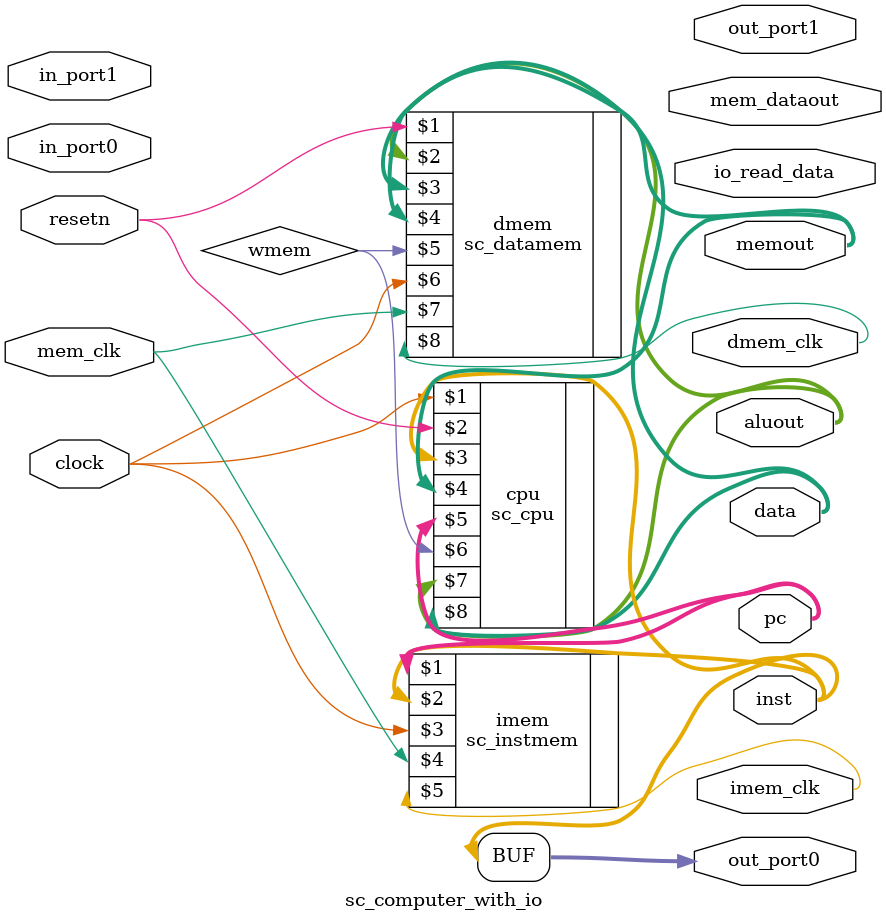
<source format=v>

/*
module sc_computer (resetn,clock,mem_clk,pc,inst,aluout,memout,imem_clk,dmem_clk, );
   
   input resetn,clock,mem_clk;
   output [31:0] pc,inst,aluout,memout;
   output        imem_clk,dmem_clk;
   wire   [31:0] data;
   wire          wmem; // all these "wire"s are used to connect or interface the cpu,dmem,imem and so on.
 */

 //"sc_instmem.hex",
 module sc_computer_with_io (resetn,clock,mem_clk,pc,inst,aluout,memout,imem_clk,dmem_clk,out_port0,out_port1,in_port0,in_port1,mem_dataout,data,io_read_data);

	input resetn,clock,mem_clk;
   
   input [31:0] in_port0,in_port1;
   
   output [31:0] pc,inst,aluout,memout;
   output        imem_clk,dmem_clk;
   output [31:0] out_port0,out_port1;
   output [31:0] mem_dataout;            // to check data_mem output
   output [31:0] data;
   output [31:0] io_read_data;
   
   wire   [31:0] data;
   wire          wmem;   // connect the cpu and dmem. 
	

   sc_cpu cpu (clock,resetn,inst,memout,pc,wmem,aluout,data);          // CPU module.
   sc_instmem  imem (pc,inst,clock,mem_clk,imem_clk);                  // instruction memory.
   sc_datamem  dmem (resetn, aluout,data,memout,wmem,clock,mem_clk,dmem_clk); // data memory.
	
	assign out_port0=inst;
	
endmodule




</source>
